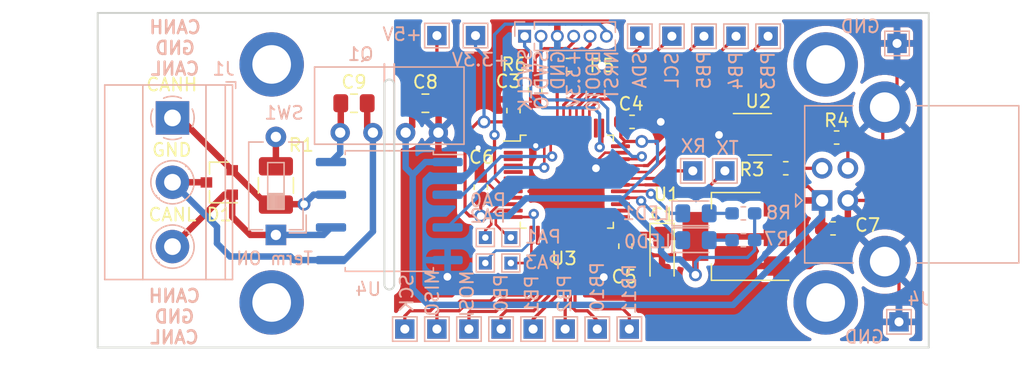
<source format=kicad_pcb>
(kicad_pcb (version 20211014) (generator pcbnew)
  (layers (0 "F.Cu" signal) (31 "B.Cu" signal) (34 "B.Paste" user) (35 "F.Paste" user) (36 "B.SilkS" user "B.Silkscreen") (37 "F.SilkS" user "F.Silkscreen") (38 "B.Mask" user) (39 "F.Mask" user) (44 "Edge.Cuts" user))
  (net 0 "")
  (net 1 "GND")
  (net 2 "+3V3")
  (net 3 "+5V")
  (net 4 "/NRST")
  (net 5 "/BOOT0")
  (net 6 "Net-(D3-Pad2)")
  (net 7 "/LED0")
  (net 8 "/LED1")
  (net 9 "/CAN_Tx")
  (net 10 "/CAN_Rx")
  (net 11 "/CANL")
  (net 12 "/CANH")
  (net 13 "Net-(D4-Pad2)")
  (net 14 "/SWDIO")
  (net 15 "/SWCLK")
  (net 16 "Net-(R1-Pad1)")
  (net 20 "Net-(C9-Pad1)")
  (net 21 "Earth")
  (net 23 "Net-(J2-Pad1)")
  (net 24 "Net-(J3-Pad4)")
  (net 35 "Net-(J4-Pad2)")
  (net 36 "Net-(J4-Pad3)")
  (net 37 "Net-(R3-Pad2)")
  (net 38 "Net-(R4-Pad2)")
  (net 39 "Net-(J5-Pad1)")
  (net 40 "Net-(J6-Pad1)")
  (net 41 "Net-(J7-Pad1)")
  (net 42 "Net-(J8-Pad1)")
  (net 43 "Net-(J9-Pad1)")
  (net 44 "Net-(J10-Pad1)")
  (net 45 "Net-(J11-Pad1)")
  (net 46 "Net-(J12-Pad1)")
  (net 47 "Net-(J13-Pad1)")
  (net 48 "Net-(J14-Pad1)")
  (net 49 "Net-(J15-Pad1)")
  (net 50 "Net-(J16-Pad1)")
  (net 51 "Net-(J21-Pad1)")
  (net 52 "Net-(J22-Pad1)")
  (net 53 "Net-(J23-Pad1)")
  (net 54 "Net-(J24-Pad1)")
  (net 55 "Net-(J25-Pad1)")
  (net 56 "Net-(J26-Pad1)")
  (net 57 "Net-(U2-Pad1)")
  (net 58 "Net-(U2-Pad3)")
  (footprint "Capacitor_Tantalum_SMD:CP_EIA-3216-18_Kemet-A_Pad1.58x1.35mm_HandSolder" (layer "F.Cu") (at 104.8004 68.3411 -90)
    (fp_text reference "C1")
    (fp_text value "47u")
  )
  (footprint "Capacitor_SMD:C_0603_1608Metric_Pad1.05x0.95mm_HandSolder" (layer "F.Cu") (at 93.2688 57.0878 -90)
    (fp_text reference "C3")
    (fp_text value "0.1")
  )
  (footprint "Capacitor_SMD:C_0603_1608Metric_Pad1.05x0.95mm_HandSolder" (layer "F.Cu") (at 102.475 57.9628 180)
    (fp_text reference "C4")
    (fp_text value "0.1")
  )
  (footprint "Capacitor_SMD:C_0603_1608Metric_Pad1.05x0.95mm_HandSolder" (layer "F.Cu") (at 101.9556 67.6262 90)
    (fp_text reference "C5")
    (fp_text value "0.1")
  )
  (footprint "Capacitor_SMD:C_0603_1608Metric_Pad1.05x0.95mm_HandSolder" (layer "F.Cu") (at 90.7288 63.0428 -90)
    (fp_text reference "C6")
    (fp_text value "0.1")
  )
  (footprint "TO_SOT_Packages_SMD:SOT-23" (layer "F.Cu") (at 70.4375 62.672 180)
    (fp_text reference "D1")
    (fp_text value "PESD1CAN")
  )
  (footprint "my_footprints:Hole_3mm" (layer "F.Cu") (at 74.5 53.5)
    (fp_text reference "P1" hide)
    (fp_text value "Hole" hide)
  )
  (footprint "my_footprints:Hole_3mm" (layer "F.Cu") (at 117.5 53.5)
    (fp_text reference "P2" hide)
    (fp_text value "Hole" hide)
  )
  (footprint "my_footprints:Hole_3mm" (layer "F.Cu") (at 117.5 72)
    (fp_text reference "P3" hide)
    (fp_text value "Hole" hide)
  )
  (footprint "my_footprints:Hole_3mm" (layer "F.Cu") (at 74.5 72)
    (fp_text reference "P4" hide)
    (fp_text value "Hole" hide)
  )
  (footprint "Resistor_SMD:R_0603_1608Metric_Pad1.05x0.95mm_HandSolder" (layer "F.Cu") (at 114.4016 61.5696 180)
    (fp_text reference "R3")
    (fp_text value "22")
  )
  (footprint "Resistor_SMD:R_0603_1608Metric_Pad1.05x0.95mm_HandSolder" (layer "F.Cu") (at 118.3526 59.182 180)
    (fp_text reference "R4")
    (fp_text value "22")
  )
  (footprint "Resistor_SMD:R_0603_1608Metric_Pad1.05x0.95mm_HandSolder" (layer "F.Cu") (at 97.536 53.5432 180)
    (fp_text reference "R5")
    (fp_text value "10k")
  )
  (footprint "Resistor_SMD:R_0603_1608Metric_Pad1.05x0.95mm_HandSolder" (layer "F.Cu") (at 94.9452 55.485 90)
    (fp_text reference "R6")
    (fp_text value "22")
  )
  (footprint "Package_QFP:LQFP-48_7x7mm_P0.5mm" (layer "F.Cu") (at 97.409 62.611)
    (fp_text reference "U3")
    (fp_text value "STM32F072C8Tx")
  )
  (footprint "Capacitor_SMD:C_0603_1608Metric_Pad1.05x0.95mm_HandSolder" (layer "F.Cu") (at 118.0706 66.2432)
    (fp_text reference "C7")
    (fp_text value "0.1")
  )
  (footprint "Capacitor_SMD:C_0805_2012Metric_Pad1.15x1.40mm_HandSolder" (layer "F.Cu") (at 86.4325 56.515)
    (fp_text reference "C8")
    (fp_text value "1")
  )
  (footprint "Capacitor_SMD:C_0805_2012Metric_Pad1.15x1.40mm_HandSolder" (layer "F.Cu") (at 80.89 56.515)
    (fp_text reference "C9")
    (fp_text value "1")
  )
  (footprint "Resistor_SMD:R_1210_3225Metric_Pad1.42x2.65mm_HandSolder" (layer "F.Cu") (at 74.8284 62.9047 -90)
    (fp_text reference "R1")
    (fp_text value "120")
  )
  (footprint "TO_SOT_Packages_SMD:SOT-223-3_TabPin2" (layer "F.Cu") (at 110.5404 66.8668 180)
    (fp_text reference "U1")
    (fp_text value "LM1117-3.3")
  )
  (footprint "Package_TO_SOT_SMD:SOT-23-6_Handsoldering" (layer "F.Cu") (at 112.3912 58.928)
    (fp_text reference "U2")
    (fp_text value "USBLC6-2SC6")
  )
  (footprint "LED_SMD:LED_0805_2012Metric_Pad1.15x1.40mm_HandSolder" (layer "B.Cu") (at 107.433 67.1576)
    (fp_text reference "D3" hide)
    (fp_text value "LED0")
  )
  (footprint "LED_SMD:LED_0805_2012Metric_Pad1.15x1.40mm_HandSolder" (layer "B.Cu") (at 107.433 65.0748)
    (fp_text reference "D4" hide)
    (fp_text value "LED1")
  )
  (footprint "TerminalBlock_Phoenix:TerminalBlock_Phoenix_MKDS-1,5-3_1x03_P5.00mm_Horizontal" (layer "B.Cu") (at 66.802 57.658 -90)
    (fp_text reference "J1")
    (fp_text value "Screw_Terminal_01x03")
  )
  (footprint "Connector_PinHeader_1.27mm:PinHeader_1x06_P1.27mm_Vertical" (layer "B.Cu") (at 94.1324 51.308 -90)
    (fp_text reference "J3" hide)
    (fp_text value "SWDetc")
  )
  (footprint "Resistor_SMD:R_0603_1608Metric_Pad1.05x0.95mm_HandSolder" (layer "B.Cu") (at 111.111 67.1576)
    (fp_text reference "R7")
    (fp_text value "330")
  )
  (footprint "Resistor_SMD:R_0603_1608Metric_Pad1.05x0.95mm_HandSolder" (layer "B.Cu") (at 111.111 65.0748)
    (fp_text reference "R8")
    (fp_text value "330")
  )
  (footprint "Button_Switch_THT:SW_DIP_SPSTx01_Slide_6.7x4.1mm_W7.62mm_P2.54mm_LowProfile" (layer "B.Cu") (at 74.8284 66.7512 90)
    (fp_text reference "SW1")
    (fp_text value "SW_DIP_x01")
  )
  (footprint "Package_SO:SOP-8_6.62x9.15mm_P2.54mm" (layer "B.Cu") (at 83.6295 64.897 180)
    (fp_text reference "U4")
    (fp_text value "ISO1050DUB")
  )
  (footprint "my_footprints:B0x0xS" (layer "B.Cu") (at 83.6295 58.801 180)
    (fp_text reference "Q1")
    (fp_text value "B0505S")
  )
  (footprint "Connector_USB:USB_B_Lumberg_2411_02_Horizontal" (layer "B.Cu") (at 117.221 64.0715)
    (fp_text reference "J4")
    (fp_text value "USB_B")
  )
  (footprint "TestPoint:TestPoint_THTPad_1.5x1.5mm_Drill0.7mm" (layer "B.Cu") (at 99.7712 74.0664)
    (fp_text reference "J25" hide)
    (fp_text value "PB10")
  )
  (footprint "TestPoint:TestPoint_THTPad_1.5x1.5mm_Drill0.7mm" (layer "B.Cu") (at 87.3252 51.2572 180)
    (fp_text reference "J20" hide)
    (fp_text value "+5V")
  )
  (footprint "TestPoint:TestPoint_THTPad_1.5x1.5mm_Drill0.7mm" (layer "B.Cu") (at 103.076 51.308 180)
    (fp_text reference "J10" hide)
    (fp_text value "SDA")
  )
  (footprint "TestPoint:TestPoint_THTPad_1.5x1.5mm_Drill0.7mm" (layer "B.Cu") (at 105.5624 51.308 180)
    (fp_text reference "J9" hide)
    (fp_text value "SCL")
  )
  (footprint "TestPoint:TestPoint_THTPad_1.5x1.5mm_Drill0.7mm" (layer "B.Cu") (at 113.03 51.308 180)
    (fp_text reference "J16" hide)
    (fp_text value "PB3")
  )
  (footprint "TestPoint:TestPoint_THTPad_1.0x1.0mm_Drill0.5mm" (layer "B.Cu") (at 93.0656 66.9544)
    (fp_text reference "J22" hide)
    (fp_text value "PA1")
  )
  (footprint "TestPoint:TestPoint_THTPad_1.5x1.5mm_Drill0.7mm" (layer "B.Cu") (at 97.282 74.0664 180)
    (fp_text reference "J15" hide)
    (fp_text value "PB2")
  )
  (footprint "TestPoint:TestPoint_THTPad_1.0x1.0mm_Drill0.5mm" (layer "B.Cu") (at 91.0844 66.9544 180)
    (fp_text reference "J21" hide)
    (fp_text value "PA0")
  )
  (footprint "TestPoint:TestPoint_THTPad_1.5x1.5mm_Drill0.7mm" (layer "B.Cu") (at 89.8144 74.0664 180)
    (fp_text reference "J6" hide)
    (fp_text value "MOSI")
  )
  (footprint "TestPoint:TestPoint_THTPad_1.5x1.5mm_Drill0.7mm" (layer "B.Cu") (at 94.7928 74.0664 180)
    (fp_text reference "J12" hide)
    (fp_text value "PB1")
  )
  (footprint "TestPoint:TestPoint_THTPad_1.5x1.5mm_Drill0.7mm" (layer "B.Cu") (at 109.6772 61.7728 180)
    (fp_text reference "J7" hide)
    (fp_text value "TX")
  )
  (footprint "TestPoint:TestPoint_THTPad_1.5x1.5mm_Drill0.7mm" (layer "B.Cu") (at 123.19 73.5076 180)
    (fp_text reference "J17" hide)
    (fp_text value "GND")
  )
  (footprint "TestPoint:TestPoint_THTPad_1.0x1.0mm_Drill0.5mm" (layer "B.Cu") (at 93.0656 68.9356 180)
    (fp_text reference "J24" hide)
    (fp_text value "PA3")
  )
  (footprint "TestPoint:TestPoint_THTPad_1.5x1.5mm_Drill0.7mm" (layer "B.Cu") (at 87.3252 74.0664 180)
    (fp_text reference "J5" hide)
    (fp_text value "MISO")
  )
  (footprint "TestPoint:TestPoint_THTPad_1.5x1.5mm_Drill0.7mm" (layer "B.Cu") (at 108.0516 51.308 180)
    (fp_text reference "J14" hide)
    (fp_text value "PB5")
  )
  (footprint "TestPoint:TestPoint_THTPad_1.5x1.5mm_Drill0.7mm" (layer "B.Cu") (at 107.188 61.7728 180)
    (fp_text reference "J8" hide)
    (fp_text value "RX")
  )
  (footprint "TestPoint:TestPoint_THTPad_1.5x1.5mm_Drill0.7mm" (layer "B.Cu") (at 84.836 74.0664 180)
    (fp_text reference "J2" hide)
    (fp_text value "SCK")
  )
  (footprint "TestPoint:TestPoint_THTPad_1.5x1.5mm_Drill0.7mm" (layer "B.Cu") (at 92.3036 74.0664 180)
    (fp_text reference "J11" hide)
    (fp_text value "PB0")
  )
  (footprint "TestPoint:TestPoint_THTPad_1.0x1.0mm_Drill0.5mm" (layer "B.Cu") (at 91.0844 68.9356 180)
    (fp_text reference "J23" hide)
    (fp_text value "PA2")
  )
  (footprint "TestPoint:TestPoint_THTPad_1.5x1.5mm_Drill0.7mm" (layer "B.Cu") (at 102.2604 74.0664)
    (fp_text reference "J26" hide)
    (fp_text value "PB11")
  )
  (footprint "TestPoint:TestPoint_THTPad_1.5x1.5mm_Drill0.7mm" (layer "B.Cu") (at 110.5408 51.308 180)
    (fp_text reference "J13" hide)
    (fp_text value "PB4")
  )
  (footprint "TestPoint:TestPoint_THTPad_1.5x1.5mm_Drill0.7mm" (layer "B.Cu") (at 90.3224 51.2572 180)
    (fp_text reference "J19" hide)
    (fp_text value "+3.3V")
  )
  (footprint "TestPoint:TestPoint_THTPad_1.5x1.5mm_Drill0.7mm" (layer "B.Cu") (at 123.0376 51.8668 180)
    (fp_text reference "J18" hide)
    (fp_text value "GND")
  )
  (gr_line (start 125.5 50) (end 125.5 49.5) (layer "Edge.Cuts") (width 0.15))
  (gr_line (start 61 75.5) (end 125.5 75.5) (layer "Edge.Cuts") (width 0.15))
  (gr_line (start 125.5 75.5) (end 125.5 50) (layer "Edge.Cuts") (width 0.15))
  (gr_arc (start 84.0105 70.612) (mid 83.6295 70.993) (end 83.2485 70.612) (layer "Edge.Cuts") (width 0.15))
  (gr_line (start 84.0105 55.0545) (end 84.0105 70.612) (layer "Edge.Cuts") (width 0.15))
  (gr_line (start 83.2485 55.0545) (end 83.2485 70.612) (layer "Edge.Cuts") (width 0.15))
  (gr_line (start 61 49.5) (end 61 75.5) (layer "Edge.Cuts") (width 0.15))
  (gr_arc (start 83.2485 55.0545) (mid 83.6295 54.6735) (end 84.0105 55.0545) (layer "Edge.Cuts") (width 0.15))
  (gr_line (start 61 49.5) (end 125.5 49.5) (layer "Edge.Cuts") (width 0.15))
  (gr_text "SWCLK" (at 94.1832 54.7116 90) (layer "B.SilkS") (effects (font (size 1 1)) (justify mirror)))
  (gr_text "NRST" (at 100.8888 54.3052 90) (layer "B.SilkS") (effects (font (size 1 1)) (justify mirror)))
  (gr_text "Term ON" (at 74.7268 68.58) (layer "B.SilkS") (effects (font (size 1 0.92)) (justify mirror)))
  (gr_text "CANH\nGND\nCANL" (at 67.0052 52.2224) (layer "B.SilkS") (effects (font (size 1 1) (thickness 0.2)) (justify mirror)))
  (gr_text "+3.3V" (at 97.9424 54.61 90) (layer "B.SilkS") (effects (font (size 1 1)) (justify mirror)))
  (gr_text "GND" (at 96.7232 53.9496 90) (layer "B.SilkS") (effects (font (size 1 1)) (justify mirror)))
  (gr_text "CANH\nGND\nCANL" (at 66.9544 73.1012) (layer "B.SilkS") (effects (font (size 1 1) (thickness 0.2)) (justify mirror)))
  (gr_text "SWDIO" (at 95.4532 54.7116 90) (layer "B.SilkS") (effects (font (size 1 1)) (justify mirror)))
  (gr_text "BOOT0" (at 99.4664 54.8132 90) (layer "B.SilkS") (effects (font (size 1 1)) (justify mirror)))
  (gr_text "GND" (at 66.7512 60.1472) (layer "F.SilkS") (effects (font (size 1 1))))
  (gr_text "CANH" (at 66.7512 55.0672) (layer "F.SilkS") (effects (font (size 1 1))))
  (gr_text "CANL" (at 66.802 65.1764) (layer "F.SilkS") (effects (font (size 1 1))))
  (segment (start 95.159 59.654) (end 94.996 59.817) (width 0.2) (layer "F.Cu") (net 1))
  (segment (start 95.159 58.4485) (end 95.159 59.654) (width 0.2) (layer "F.Cu") (net 1))
  (segment (start 119.221 64.0715) (end 120.8913 64.0715) (width 0.25) (layer "F.Cu") (net 1))
  (segment (start 104.475 69.7786) (end 103.1748 68.4784) (width 0.5) (layer "F.Cu") (net 1))
  (segment (start 100.3702 60.361) (end 99.6696 61.0616) (width 0.2) (layer "F.Cu") (net 1))
  (segment (start 87.4575 58.783) (end 87.4395 58.801) (width 0.5) (layer "F.Cu") (net 1))
  (segment (start 116.2532 69.1668) (end 118.9456 66.4744) (width 0.5) (layer "F.Cu") (net 1))
  (segment (start 101.9556 68.5012) (end 103.152 68.5012) (width 0.5) (layer "F.Cu") (net 1))
  (segment (start 87.7597 56.2128) (end 87.4575 56.515) (width 0.25) (layer "F.Cu") (net 1))
  (segment (start 100.0988 68.5012) (end 101.9556 68.5012) (width 0.2) (layer "F.Cu") (net 1))
  (segment (start 101.9556 68.5012) (end 101.8058 68.5012) (width 0.5) (layer "F.Cu") (net 1))
  (segment (start 113.6904 69.1668) (end 116.2532 69.1668) (width 0.5) (layer "F.Cu") (net 1))
  (segment (start 103.152 68.5012) (end 103.1748 68.4784) (width 0.5) (layer "F.Cu") (net 1))
  (segment (start 119.221 64.0715) (end 119.221 65.9678) (width 0.5) (layer "F.Cu") (net 1))
  (segment (start 93.2465 63.361) (end 91.922 63.361) (width 0.2) (layer "F.Cu") (net 1))
  (segment (start 98.4618 53.594) (end 98.411 53.5432) (width 0.5) (layer "F.Cu") (net 1))
  (segment (start 123.0376 51.8668) (end 123.0376 55.8649) (width 0.25) (layer "F.Cu") (net 1))
  (segment (start 123.19 69.9305) (end 122.081 68.8215) (width 0.25) (layer "F.Cu") (net 1))
  (segment (start 99.659 66.7735) (end 99.659 68.0614) (width 0.2) (layer "F.Cu") (net 1))
  (segment (start 101.8058 68.5012) (end 100.2792 70.0278) (width 0.5) (layer "F.Cu") (net 1))
  (segment (start 112.3696 72.0852) (end 107.107 72.0852) (width 0.5) (layer "F.Cu") (net 1))
  (segment (start 87.4575 56.515) (end 87.4575 58.783) (width 0.5) (layer "F.Cu") (net 1))
  (segment (start 109.2708 58.928) (end 109.22 58.9788) (width 0.5) (layer "F.Cu") (net 1))
  (segment (start 113.6904 69.1668) (end 113.6904 70.7644) (width 0.5) (layer "F.Cu") (net 1))
  (segment (start 90.7288 62.1678) (end 90.7288 60.198) (width 0.25) (layer "F.Cu") (net 1))
  (segment (start 121.931 63.0318) (end 121.931 56.8015) (width 0.25) (layer "F.Cu") (net 1))
  (segment (start 101.5715 60.361) (end 100.3702 60.361) (width 0.2) (layer "F.Cu") (net 1))
  (segment (start 93.2688 56.2128) (end 87.7597 56.2128) (width 0.25) (layer "F.Cu") (net 1))
  (segment (start 90.7288 60.198) (end 90.5256 59.9948) (width 0.25) (layer "F.Cu") (net 1))
  (segment (start 119.3327 66.2432) (end 121.931 68.8415) (width 0.25) (layer "F.Cu") (net 1))
  (segment (start 111.0412 58.928) (end 109.2708 58.928) (width 0.5) (layer "F.Cu") (net 1))
  (segment (start 107.107 72.0852) (end 104.8004 69.7786) (width 0.5) (layer "F.Cu") (net 1))
  (segment (start 91.922 63.361) (end 90.7288 62.1678) (width 0.2) (layer "F.Cu") (net 1))
  (segment (start 103.35 57.9628) (end 104.6988 57.9628) (width 0.5) (layer "F.Cu") (net 1))
  (segment (start 113.6904 70.7644) (end 112.3696 72.0852) (width 0.5) (layer "F.Cu") (net 1))
  (segment (start 118.9456 66.4744) (end 118.9456 66.2432) (width 0.5) (layer "F.Cu") (net 1))
  (segment (start 88.138 70.0024) (end 87.4395 69.3039) (width 0.5) (layer "F.Cu") (net 1))
  (segment (start 87.4395 69.3039) (end 87.4395 58.801) (width 0.5) (layer "F.Cu") (net 1))
  (segment (start 120.8913 64.0715) (end 121.931 63.0318) (width 0.25) (layer "F.Cu") (net 1))
  (segment (start 123.0376 55.8649) (end 122.081 56.8215) (width 0.25) (layer "F.Cu") (net 1))
  (segment (start 99.659 68.0614) (end 100.0988 68.5012) (width 0.2) (layer "F.Cu") (net 1))
  (segment (start 104.8004 69.7786) (end 104.475 69.7786) (width 0.5) (layer "F.Cu") (net 1))
  (segment (start 119.221 65.9678) (end 118.9456 66.2432) (width 0.5) (layer "F.Cu") (net 1))
  (segment (start 100.1268 53.594) (end 98.4618 53.594) (width 0.5) (layer "F.Cu") (net 1))
  (segment (start 99.6696 61.0616) (end 99.6696 61.5696) (width 0.2) (layer "F.Cu") (net 1))
  (segment (start 118.9456 66.2432) (end 119.3327 66.2432) (width 0.25) (layer "F.Cu") (net 1))
  (segment (start 123.19 73.5076) (end 123.19 69.9305) (width 0.25) (layer "F.Cu") (net 1))
  (via (at 99.6696 61.5696) (size 1) (drill 0.6) (layers "F.Cu" "B.Cu") (net 1))
  (via (at 90.5256 59.9948) (size 0.8) (drill 0.4) (layers "F.Cu" "B.Cu") (net 1))
  (via (at 109.22 58.9788) (size 1) (drill 0.6) (layers "F.Cu" "B.Cu") (net 1))
  (via (at 104.6988 57.9628) (size 1) (drill 0.6) (layers "F.Cu" "B.Cu") (net 1))
  (via (at 88.138 70.0024) (size 1) (drill 0.6) (layers "F.Cu" "B.Cu") (net 1))
  (via (at 100.1268 53.594) (size 1) (drill 0.6) (layers "F.Cu" "B.Cu") (net 1))
  (via (at 100.2792 70.0278) (size 1) (drill 0.6) (layers "F.Cu" "B.Cu") (net 1))
  (via (at 94.996 59.817) (size 0.8) (drill 0.4) (layers "F.Cu" "B.Cu") (net 1))
  (segment (start 103.0224 57.9628) (end 100.5332 55.4736) (width 0.5) (layer "B.Cu") (net 1))
  (segment (start 119.126 58.9788) (end 121.0564 60.9092) (width 0.5) (layer "B.Cu") (net 1))
  (segment (start 109.22 58.9788) (end 107.2388 58.9788) (width 0.5) (layer "B.Cu") (net 1))
  (segment (start 90.5256 59.9948) (end 88.6333 59.9948) (width 0.2) (layer "B.Cu") (net 1))
  (segment (start 88.6333 59.9948) (end 87.4395 58.801) (width 0.2) (layer "B.Cu") (net 1))
  (segment (start 96.6724 52.2224) (end 96.6724 51.308) (width 0.5) (layer "B.Cu") (net 1))
  (segment (start 100.2792 70.0278) (end 88.1634 70.0278) (width 0.5) (layer "B.Cu") (net 1))
  (segment (start 94.996 59.817) (end 95.8088 59.0296) (width 0.25) (layer "B.Cu") (net 1))
  (segment (start 96.1644 53.594) (end 100.1268 53.594) (width 0.5) (layer "B.Cu") (net 1))
  (segment (start 96.1644 55.2196) (end 96.1644 53.594) (width 0.5) (layer "B.Cu") (net 1))
  (segment (start 95.8088 59.0296) (end 97.6884 59.0296) (width 0.25) (layer "B.Cu") (net 1))
  (segment (start 96.1644 52.7304) (end 96.6724 52.2224) (width 0.5) (layer "B.Cu") (net 1))
  (segment (start 98.0948 59.436) (end 98.0948 59.9948) (width 0.25) (layer "B.Cu") (net 1))
  (segment (start 97.6884 59.0296) (end 98.0948 59.436) (width 0.25) (layer "B.Cu") (net 1))
  (segment (start 104.6988 57.9628) (end 103.0224 57.9628) (width 0.5) (layer "B.Cu") (net 1))
  (segment (start 92.2782 59.9948) (end 90.5256 59.9948) (width 0.2) (layer "B.Cu") (net 1))
  (segment (start 121.0564 62.2361) (end 119.221 64.0715) (width 0.5) (layer "B.Cu") (net 1))
  (segment (start 107.2388 58.9788) (end 106.6292 58.9788) (width 0.5) (layer "B.Cu") (net 1))
  (segment (start 92.456 59.817) (end 92.2782 59.9948) (width 0.25) (layer "B.Cu") (net 1))
  (segment (start 94.996 59.817) (end 92.456 59.817) (width 0.25) (layer "B.Cu") (net 1))
  (segment (start 109.22 58.9788) (end 119.126 58.9788) (width 0.5) (layer "B.Cu") (net 1))
  (segment (start 96.1644 53.594) (end 96.1644 52.7304) (width 0.5) (layer "B.Cu") (net 1))
  (segment (start 100.5332 55.4736) (end 96.4184 55.4736) (width 0.5) (layer "B.Cu") (net 1))
  (segment (start 104.6988 57.9628) (end 105.6132 57.9628) (width 0.5) (layer "B.Cu") (net 1))
  (segment (start 88.1634 70.0278) (end 88.138 70.0024) (width 0.5) (layer "B.Cu") (net 1))
  (segment (start 105.6132 57.9628) (end 106.6292 58.9788) (width 0.5) (layer "B.Cu") (net 1))
  (segment (start 88.1545 69.9859) (end 88.138 70.0024) (width 0.5) (layer "B.Cu") (net 1))
  (segment (start 121.0564 60.9092) (end 121.0564 62.2361) (width 0.5) (layer "B.Cu") (net 1))
  (segment (start 98.0948 59.9948) (end 99.6696 61.5696) (width 0.25) (layer "B.Cu") (net 1))
  (segment (start 96.4184 55.4736) (end 96.1644 55.2196) (width 0.5) (layer "B.Cu") (net 1))
  (segment (start 88.1545 68.707) (end 88.1545 69.9859) (width 0.5) (layer "B.Cu") (net 1))
  (segment (start 93.2688 57.9628) (end 93.2688 59.8387) (width 0.25) (layer "F.Cu") (net 2))
  (segment (start 101.6 57.9628) (end 101.6 59.1411) (width 0.25) (layer "F.Cu") (net 2))
  (segment (start 94.1733 57.9628) (end 94.659 58.4485) (width 0.25) (layer "F.Cu") (net 2))
  (segment (start 100.159 66.7735) (end 101.9333 66.7735) (width 0.2) (layer "F.Cu") (net 2))
  (segment (start 107.3904 69.8492) (end 107.3912 69.85) (width 0.5) (layer "F.Cu") (net 2))
  (segment (start 93.2688 59.8387) (end 93.2465 59.861) (width 0.25) (layer "F.Cu") (net 2))
  (segment (start 104.648 66.7512) (end 104.8004 66.9036) (width 0.5) (layer "F.Cu") (net 2))
  (segment (start 90.7856 63.861) (end 90.7288 63.9178) (width 0.2) (layer "F.Cu") (net 2))
  (segment (start 94.659 58.4485) (end 94.659 56.6462) (width 0.2) (layer "F.Cu") (net 2))
  (segment (start 107.3904 66.8668) (end 107.3904 69.8492) (width 0.5) (layer "F.Cu") (net 2))
  (segment (start 113.6904 66.8668) (end 111.4692 66.8668) (width 0.5) (layer "F.Cu") (net 2))
  (segment (start 111.4692 66.8668) (end 110.3008 66.8668) (width 0.5) (layer "F.Cu") (net 2))
  (segment (start 93.2688 57.9628) (end 90.9828 57.9628) (width 0.25) (layer "F.Cu") (net 2))
  (segment (start 89.5096 58.9788) (end 89.5096 64.9224) (width 0.25) (layer "F.Cu") (net 2))
  (segment (start 94.659 56.6462) (end 94.9452 56.36) (width 0.2) (layer "F.Cu") (net 2))
  (segment (start 90.5256 57.9628) (end 89.5096 58.9788) (width 0.25) (layer "F.Cu") (net 2))
  (segment (start 93.2688 57.9628) (end 94.1733 57.9628) (width 0.25) (layer "F.Cu") (net 2))
  (segment (start 101.6 59.1411) (end 101.9457 59.4868) (width 0.25) (layer "F.Cu") (net 2))
  (segment (start 89.5096 64.9224) (end 89.8652 65.278) (width 0.25) (layer "F.Cu") (net 2))
  (segment (start 110.3008 66.8668) (end 107.3904 66.8668) (width 0.5) (layer "F.Cu") (net 2))
  (segment (start 101.9457 59.4868) (end 101.5715 59.861) (width 0.25) (layer "F.Cu") (net 2))
  (segment (start 90.7288 65.278) (end 90.7288 63.9178) (width 0.25) (layer "F.Cu") (net 2))
  (segment (start 104.8004 66.9036) (end 107.3536 66.9036) (width 0.5) (layer "F.Cu") (net 2))
  (segment (start 90.9828 57.9628) (end 90.5256 57.9628) (width 0.25) (layer "F.Cu") (net 2))
  (segment (start 101.9333 66.7735) (end 101.9556 66.7512) (width 0.2) (layer "F.Cu") (net 2))
  (segment (start 89.8652 65.278) (end 90.7288 65.278) (width 0.25) (layer "F.Cu") (net 2))
  (segment (start 101.9556 66.7512) (end 104.648 66.7512) (width 0.5) (layer "F.Cu") (net 2))
  (segment (start 93.2465 63.861) (end 90.7856 63.861) (width 0.2) (layer "F.Cu") (net 2))
  (segment (start 103.2256 59.4868) (end 101.9457 59.4868) (width 0.25) (layer "F.Cu") (net 2))
  (segment (start 107.3536 66.9036) (end 107.3904 66.8668) (width 0.5) (layer "F.Cu") (net 2))
  (via (at 107.3912 69.85) (size 1) (drill 0.6) (layers "F.Cu" "B.Cu") (net 2))
  (via (at 90.9828 57.9628) (size 1) (drill 0.6) (layers "F.Cu" "B.Cu") (net 2))
  (via (at 103.2256 59.4868) (size 1) (drill 0.6) (layers "F.Cu" "B.Cu") (net 2))
  (via (at 90.7288 65.278) (size 1) (drill 0.6) (layers "F.Cu" "B.Cu") (net 2))
  (segment (start 101.7524 63.9064) (end 101.5238 63.9064) (width 0.25) (layer "B.Cu") (net 2))
  (segment (start 92.8624 65.278) (end 94.234 63.9064) (width 0.5) (layer "B.Cu") (net 2))
  (segment (start 90.3224 51.2572) (end 90.3224 52.1716) (width 0.25) (layer "B.Cu") (net 2))
  (segment (start 90.7288 65.278) (end 92.8624 65.278) (width 0.5) (layer "B.Cu") (net 2))
  (segment (start 104.7242 68.072) (end 104.7242 67.1068) (width 0.5) (layer "B.Cu") (net 2))
  (segment (start 104.7242 67.1068) (end 101.5238 63.9064) (width 0.5) (layer "B.Cu") (net 2))
  (segment (start 94.234 63.9064) (end 101.5238 63.9064) (width 0.5) (layer "B.Cu") (net 2))
  (segment (start 107.3912 69.85) (end 107.3912 68.8848) (width 0.25) (layer "B.Cu") (net 2))
  (segment (start 111.986 65.0748) (end 111.986 67.1576) (width 0.25) (layer "B.Cu") (net 2))
  (segment (start 104.4448 59.4868) (end 103.2256 59.4868) (width 0.25) (layer "B.Cu") (net 2))
  (segment (start 106.1974 68.6562) (end 105.3084 68.6562) (width 0.5) (layer "B.Cu") (net 2))
  (segment (start 105.3084 68.6562) (end 104.7242 68.072) (width 0.5) (layer "B.Cu") (net 2))
  (segment (start 104.4448 61.214) (end 101.7524 63.9064) (width 0.25) (layer "B.Cu") (net 2))
  (segment (start 90.3224 52.1716) (end 90.9828 52.832) (width 0.25) (layer "B.Cu") (net 2))
  (segment (start 104.4448 59.4868) (end 104.4448 61.214) (width 0.25) (layer "B.Cu") (net 2))
  (segment (start 111.986 67.1576) (end 111.986 67.9476) (width 0.25) (layer "B.Cu") (net 2))
  (segment (start 107.7722 68.5038) (end 111.4298 68.5038) (width 0.25) (layer "B.Cu") (net 2))
  (segment (start 107.3912 69.85) (end 106.1974 68.6562) (width 0.5) (layer "B.Cu") (net 2))
  (segment (start 111.986 67.9476) (end 111.4298 68.5038) (width 0.25) (layer "B.Cu") (net 2))
  (segment (start 90.9828 52.832) (end 90.9828 57.9628) (width 0.25) (layer "B.Cu") (net 2))
  (segment (start 107.3912 68.8848) (end 107.7722 68.5038) (width 0.25) (layer "B.Cu") (net 2))
  (segment (start 112.6236 58.928) (end 112.3696 59.182) (width 0.25) (layer "F.Cu") (net 3))
  (segment (start 117.221 64.0715) (end 117.221 66.2178) (width 0.5) (layer "F.Cu") (net 3))
  (segment (start 113.7412 58.928) (end 112.6236 58.928) (width 0.25) (layer "F.Cu") (net 3))
  (segment (start 117.221 64.0715) (end 114.1857 64.0715) (width 0.5) (layer "F.Cu") (net 3))
  (segment (start 85.4075 58.293) (end 84.8995 58.801) (width 0.5) (layer "F.Cu") (net 3))
  (segment (start 85.4075 56.515) (end 85.4075 54.8513) (width 0.25) (layer "F.Cu") (net 3))
  (segment (start 112.3696 59.182) (end 112.3696 62.484) (width 0.25) (layer "F.Cu") (net 3))
  (segment (start 116.1415 62.992) (end 117.221 64.0715) (width 0.25) (layer "F.Cu") (net 3))
  (segment (start 117.221 66.2178) (end 117.1956 66.2432) (width 0.5) (layer "F.Cu") (net 3))
  (segment (start 87.3252 52.9336) (end 87.3252 51.2572) (width 0.25) (layer "F.Cu") (net 3))
  (segment (start 85.4075 54.8513) (end 87.3252 52.9336) (width 0.25) (layer "F.Cu") (net 3))
  (segment (start 85.4075 56.515) (end 85.4075 58.293) (width 0.5) (layer "F.Cu") (net 3))
  (segment (start 112.3696 62.484) (end 112.8776 62.992) (width 0.25) (layer "F.Cu") (net 3))
  (segment (start 114.1857 64.0715) (end 113.6904 64.5668) (width 0.5) (layer "F.Cu") (net 3))
  (segment (start 112.8776 62.992) (end 116.1415 62.992) (width 0.25) (layer "F.Cu") (net 3))
  (segment (start 85.4456 62.0776) (end 86.4362 61.087) (width 0.5) (layer "B.Cu") (net 3))
  (segment (start 86.6648 72.1868) (end 110.3132 72.1868) (width 0.5) (layer "B.Cu") (net 3))
  (segment (start 86.4362 61.087) (end 88.1545 61.087) (width 0.5) (layer "B.Cu") (net 3))
  (segment (start 110.3132 72.1868) (end 117.221 65.279) (width 0.5) (layer "B.Cu") (net 3))
  (segment (start 85.4456 62.0776) (end 85.4456 70.9676) (width 0.5) (layer "B.Cu") (net 3))
  (segment (start 84.8995 58.801) (end 84.8995 61.5315) (width 0.5) (layer "B.Cu") (net 3))
  (segment (start 84.8995 61.5315) (end 85.4456 62.0776) (width 0.5) (layer "B.Cu") (net 3))
  (segment (start 117.221 65.279) (end 117.221 64.0715) (width 0.5) (layer "B.Cu") (net 3))
  (segment (start 85.4456 70.9676) (end 86.6648 72.1868) (width 0.5) (layer "B.Cu") (net 3))
  (segment (start 92.325 62.861) (end 91.8464 62.3824) (width 0.2) (layer "F.Cu") (net 4))
  (segment (start 91.8464 62.3824) (end 91.8464 61.1124) (width 0.2) (layer "F.Cu") (net 4))
  (segment (start 93.2465 62.861) (end 92.325 62.861) (width 0.2) (layer "F.Cu") (net 4))
  (segment (start 91.7956 61.0616) (end 91.7956 58.9788) (width 0.25) (layer "F.Cu") (net 4))
  (segment (start 91.8464 61.1124) (end 91.7956 61.0616) (width 0.25) (layer "F.Cu") (net 4))
  (via (at 91.7956 58.9788) (size 0.8) (drill 0.4) (layers "F.Cu" "B.Cu") (net 4))
  (segment (start 91.7956 51.181) (end 91.7956 58.9788) (width 0.25) (layer "B.Cu") (net 4))
  (segment (start 100.4824 50.9016) (end 99.949 50.3682) (width 0.25) (layer "B.Cu") (net 4))
  (segment (start 99.949 50.3682) (end 92.6084 50.3682) (width 0.25) (layer "B.Cu") (net 4))
  (segment (start 100.4824 51.308) (end 100.4824 50.9016) (width 0.25) (layer "B.Cu") (net 4))
  (segment (start 92.6084 50.3682) (end 91.7956 51.181) (width 0.25) (layer "B.Cu") (net 4))
  (segment (start 96.661 53.5432) (end 96.661 56.374) (width 0.25) (layer "F.Cu") (net 5))
  (segment (start 96.675 56.388) (end 96.675 58.4325) (width 0.2) (layer "F.Cu") (net 5))
  (segment (start 96.661 53.5432) (end 96.661 53.199) (width 0.25) (layer "F.Cu") (net 5))
  (segment (start 96.661 56.374) (end 96.675 56.388) (width 0.25) (layer "F.Cu") (net 5))
  (segment (start 97.9932 52.324) (end 96.774 53.5432) (width 0.25) (layer "F.Cu") (net 5))
  (segment (start 96.774 53.5432) (end 96.661 53.5432) (width 0.25) (layer "F.Cu") (net 5))
  (segment (start 98.8568 52.324) (end 97.9932 52.324) (width 0.25) (layer "F.Cu") (net 5))
  (segment (start 99.2124 51.308) (end 99.2124 51.9684) (width 0.25) (layer "F.Cu") (net 5))
  (segment (start 99.2124 51.9684) (end 98.8568 52.324) (width 0.25) (layer "F.Cu") (net 5))
  (segment (start 96.675 58.4325) (end 96.659 58.4485) (width 0.2) (layer "F.Cu") (net 5))
  (segment (start 110.236 67.1576) (end 108.458 67.1576) (width 0.25) (layer "B.Cu") (net 6))
  (segment (start 102.9262 63.861) (end 103.1748 64.1096) (width 0.2) (layer "F.Cu") (net 7))
  (segment (start 101.5715 63.861) (end 102.9262 63.861) (width 0.2) (layer "F.Cu") (net 7))
  (via (at 103.1748 64.1096) (size 0.8) (drill 0.4) (layers "F.Cu" "B.Cu") (net 7))
  (segment (start 106.2228 67.1576) (end 106.408 67.1576) (width 0.25) (layer "B.Cu") (net 7))
  (segment (start 103.1748 64.1096) (end 106.2228 67.1576) (width 0.25) (layer "B.Cu") (net 7))
  (segment (start 103.747 63.361) (end 103.9368 63.5508) (width 0.2) (layer "F.Cu") (net 8))
  (segment (start 101.5715 63.361) (end 103.747 63.361) (width 0.2) (layer "F.Cu") (net 8))
  (via (at 103.9368 63.5508) (size 0.8) (drill 0.4) (layers "F.Cu" "B.Cu") (net 8))
  (segment (start 105.4608 65.0748) (end 103.9368 63.5508) (width 0.25) (layer "B.Cu") (net 8))
  (segment (start 106.408 65.0748) (end 105.4608 65.0748) (width 0.25) (layer "B.Cu") (net 8))
  (segment (start 95.659 58.4485) (end 95.659 61.5162) (width 0.2) (layer "F.Cu") (net 9))
  (segment (start 95.659 61.5162) (end 95.6564 61.5188) (width 0.2) (layer "F.Cu") (net 9))
  (via (at 95.6564 61.5188) (size 0.8) (drill 0.4) (layers "F.Cu" "B.Cu") (net 9))
  (segment (start 88.1545 66.167) (end 88.1545 66.1505) (width 0.25) (layer "B.Cu") (net 9))
  (segment (start 88.1545 66.1505) (end 90.3986 63.9064) (width 0.25) (layer "B.Cu") (net 9))
  (segment (start 90.3986 63.627) (end 90.6907 63.3349) (width 0.25) (layer "B.Cu") (net 9))
  (segment (start 95.6564 61.5188) (end 92.5068 61.5188) (width 0.25) (layer "B.Cu") (net 9))
  (segment (start 92.5068 61.5188) (end 90.6907 63.3349) (width 0.25) (layer "B.Cu") (net 9))
  (segment (start 90.3986 63.9064) (end 90.3986 63.627) (width 0.25) (layer "B.Cu") (net 9))
  (segment (start 96.159 60.5482) (end 96.266 60.6552) (width 0.2) (layer "F.Cu") (net 10))
  (segment (start 96.159 58.4485) (end 96.159 60.5482) (width 0.2) (layer "F.Cu") (net 10))
  (via (at 96.266 60.6552) (size 0.8) (drill 0.4) (layers "F.Cu" "B.Cu") (net 10))
  (segment (start 89.3318 63.627) (end 88.1545 63.627) (width 0.25) (layer "B.Cu") (net 10))
  (segment (start 96.266 60.6552) (end 92.3036 60.6552) (width 0.25) (layer "B.Cu") (net 10))
  (segment (start 92.3036 60.6552) (end 89.3318 63.627) (width 0.25) (layer "B.Cu") (net 10))
  (segment (start 71.4375 63.622) (end 70.838 63.622) (width 0.5) (layer "F.Cu") (net 11))
  (segment (start 70.838 63.622) (end 66.802 67.658) (width 0.5) (layer "F.Cu") (net 11))
  (segment (start 72.8472 66.7512) (end 74.8284 66.7512) (width 0.5) (layer "F.Cu") (net 11))
  (segment (start 71.4375 63.622) (end 71.4375 65.3415) (width 0.5) (layer "F.Cu") (net 11))
  (segment (start 71.4375 65.3415) (end 72.8472 66.7512) (width 0.5) (layer "F.Cu") (net 11))
  (segment (start 78.5203 66.7512) (end 79.1045 66.167) (width 0.5) (layer "B.Cu") (net 11))
  (segment (start 74.8284 66.7512) (end 78.5203 66.7512) (width 0.5) (layer "B.Cu") (net 11))
  (segment (start 67.3735 57.658) (end 71.4375 61.722) (width 0.5) (layer "F.Cu") (net 12))
  (segment (start 74.1077 64.3922) (end 71.4375 61.722) (width 0.5) (layer "F.Cu") (net 12))
  (segment (start 74.8284 64.3922) (end 74.1077 64.3922) (width 0.5) (layer "F.Cu") (net 12))
  (segment (start 66.802 57.658) (end 67.3735 57.658) (width 0.5) (layer "F.Cu") (net 12))
  (segment (start 77.0128 64.3636) (end 74.857 64.3636) (width 0.5) (layer "F.Cu") (net 12))
  (segment (start 74.857 64.3636) (end 74.8284 64.3922) (width 0.5) (layer "F.Cu") (net 12))
  (via (at 77.0128 64.3636) (size 1) (drill 0.6) (layers "F.Cu" "B.Cu") (net 12))
  (segment (start 79.1045 63.627) (end 77.7494 63.627) (width 0.5) (layer "B.Cu") (net 12))
  (segment (start 77.7494 63.627) (end 77.0128 64.3636) (width 0.5) (layer "B.Cu") (net 12))
  (segment (start 108.458 65.0748) (end 110.236 65.0748) (width 0.25) (layer "B.Cu") (net 13))
  (segment (start 103.0198 60.861) (end 103.2256 60.6552) (width 0.2) (layer "F.Cu") (net 14))
  (segment (start 101.5715 60.861) (end 103.0198 60.861) (width 0.2) (layer "F.Cu") (net 14))
  (via (at 103.2256 60.6552) (size 0.8) (drill 0.4) (layers "F.Cu" "B.Cu") (net 14))
  (segment (start 100.584 58.7502) (end 102.489 60.6552) (width 0.25) (layer "B.Cu") (net 14))
  (segment (start 95.4024 51.308) (end 95.4024 55.8038) (width 0.25) (layer "B.Cu") (net 14))
  (segment (start 102.489 60.6552) (end 103.2256 60.6552) (width 0.25) (layer "B.Cu") (net 14))
  (segment (start 95.4024 55.8038) (end 95.8596 56.261) (width 0.25) (layer "B.Cu") (net 14))
  (segment (start 100.584 56.9468) (end 100.584 58.7502) (width 0.25) (layer "B.Cu") (net 14))
  (segment (start 99.8982 56.261) (end 100.584 56.9468) (width 0.25) (layer "B.Cu") (net 14))
  (segment (start 95.8596 56.261) (end 99.8982 56.261) (width 0.25) (layer "B.Cu") (net 14))
  (segment (start 100.159 58.4485) (end 100.159 59.724666) (width 0.2) (layer "F.Cu") (net 15))
  (segment (start 100.159 59.724666) (end 99.957486 59.92618) (width 0.2) (layer "F.Cu") (net 15))
  (via (at 99.957486 59.92618) (size 0.8) (drill 0.4) (layers "F.Cu" "B.Cu") (net 15))
  (segment (start 94.6023 52.5653) (end 94.1324 52.0954) (width 0.25) (layer "B.Cu") (net 15))
  (segment (start 99.957486 57.344714) (end 99.957486 59.92618) (width 0.25) (layer "B.Cu") (net 15))
  (segment (start 94.6023 55.9435) (end 94.6023 52.5653) (width 0.25) (layer "B.Cu") (net 15))
  (segment (start 94.6023 55.9435) (end 95.5294 56.8706) (width 0.25) (layer "B.Cu") (net 15))
  (segment (start 94.1324 51.308) (end 94.1324 52.0954) (width 0.25) (layer "B.Cu") (net 15))
  (segment (start 95.5294 56.8706) (end 99.483372 56.8706) (width 0.25) (layer "B.Cu") (net 15))
  (segment (start 99.483372 56.8706) (end 99.957486 57.344714) (width 0.25) (layer "B.Cu") (net 15))
  (segment (start 74.8284 59.1312) (end 74.8284 61.4172) (width 0.5) (layer "F.Cu") (net 16))
  (segment (start 79.865 58.7555) (end 79.8195 58.801) (width 0.5) (layer "F.Cu") (net 20))
  (segment (start 79.865 56.515) (end 79.865 58.7555) (width 0.5) (layer "F.Cu") (net 20))
  (segment (start 79.8195 60.372) (end 79.1045 61.087) (width 0.5) (layer "B.Cu") (net 20))
  (segment (start 79.8195 58.801) (end 79.8195 60.372) (width 0.5) (layer "B.Cu") (net 20))
  (segment (start 81.915 58.3565) (end 82.3595 58.801) (width 0.5) (layer "F.Cu") (net 21))
  (segment (start 69.4235 62.658) (end 69.4375 62.672) (width 0.5) (layer "F.Cu") (net 21))
  (segment (start 81.915 56.515) (end 81.915 58.3565) (width 0.5) (layer "F.Cu") (net 21))
  (segment (start 66.802 62.658) (end 69.4235 62.658) (width 0.5) (layer "F.Cu") (net 21))
  (segment (start 75.946 68.4276) (end 71.2724 68.4276) (width 0.5) (layer "B.Cu") (net 21))
  (segment (start 79.1045 68.707) (end 80.137 68.707) (width 0.5) (layer "B.Cu") (net 21))
  (segment (start 82.3595 66.4845) (end 82.3595 58.801) (width 0.5) (layer "B.Cu") (net 21))
  (segment (start 70.2564 66.1124) (end 66.802 62.658) (width 0.5) (layer "B.Cu") (net 21))
  (segment (start 80.137 68.707) (end 82.3595 66.4845) (width 0.5) (layer "B.Cu") (net 21))
  (segment (start 76.2254 68.707) (end 75.946 68.4276) (width 0.5) (layer "B.Cu") (net 21))
  (segment (start 71.2724 68.4276) (end 70.2564 67.4116) (width 0.5) (layer "B.Cu") (net 21))
  (segment (start 79.1045 68.707) (end 76.2254 68.707) (width 0.5) (layer "B.Cu") (net 21))
  (segment (start 70.2564 67.4116) (end 70.2564 66.1124) (width 0.5) (layer "B.Cu") (net 21))
  (segment (start 95.6564 67.8688) (end 95.6564 69.088) (width 0.25) (layer "F.Cu") (net 23))
  (segment (start 95.659 67.8662) (end 95.6564 67.8688) (width 0.25) (layer "F.Cu") (net 23))
  (segment (start 94.5896 70.1548) (end 94.5896 71.12) (width 0.25) (layer "F.Cu") (net 23))
  (segment (start 88.7984 72.2376) (end 87.2236 72.2376) (width 0.25) (layer "F.Cu") (net 23))
  (segment (start 84.836 73.0504) (end 84.836 74.0664) (width 0.25) (layer "F.Cu") (net 23))
  (segment (start 91.948 71.4248) (end 91.4908 71.882) (width 0.25) (layer "F.Cu") (net 23))
  (segment (start 89.154 71.882) (end 88.7984 72.2376) (width 0.25) (layer "F.Cu") (net 23))
  (segment (start 91.4908 71.882) (end 89.154 71.882) (width 0.25) (layer "F.Cu") (net 23))
  (segment (start 87.2236 72.2376) (end 86.8172 72.644) (width 0.25) (layer "F.Cu") (net 23))
  (segment (start 85.2424 72.644) (end 84.836 73.0504) (width 0.25) (layer "F.Cu") (net 23))
  (segment (start 94.2848 71.4248) (end 91.948 71.4248) (width 0.25) (layer "F.Cu") (net 23))
  (segment (start 86.8172 72.644) (end 85.2424 72.644) (width 0.25) (layer "F.Cu") (net 23))
  (segment (start 95.659 66.7735) (end 95.659 67.8662) (width 0.2) (layer "F.Cu") (net 23))
  (segment (start 94.5896 71.12) (end 94.2848 71.4248) (width 0.25) (layer "F.Cu") (net 23))
  (segment (start 95.6564 69.088) (end 94.5896 70.1548) (width 0.25) (layer "F.Cu") (net 23))
  (segment (start 94.9452 52.9844) (end 94.9452 54.61) (width 0.25) (layer "F.Cu") (net 24))
  (segment (start 97.4344 52.2732) (end 95.6564 52.2732) (width 0.25) (layer "F.Cu") (net 24))
  (segment (start 95.6564 52.2732) (end 94.9452 52.9844) (width 0.25) (layer "F.Cu") (net 24))
  (segment (start 97.9424 51.7652) (end 97.4344 52.2732) (width 0.25) (layer "F.Cu") (net 24))
  (segment (start 97.9424 51.308) (end 97.9424 51.7652) (width 0.25) (layer "F.Cu") (net 24))
  (segment (start 115.2785 61.5715) (end 115.2766 61.5696) (width 0.25) (layer "F.Cu") (net 35))
  (segment (start 117.221 61.5715) (end 115.2785 61.5715) (width 0.25) (layer "F.Cu") (net 35))
  (segment (start 119.221 61.5715) (end 119.221 59.1886) (width 0.25) (layer "F.Cu") (net 36))
  (segment (start 119.221 59.1886) (end 119.2276 59.182) (width 0.25) (layer "F.Cu") (net 36))
  (segment (start 113.7412 61.355) (end 113.5266 61.5696) (width 0.25) (layer "F.Cu") (net 37))
  (segment (start 113.7412 59.878) (end 113.7412 61.355) (width 0.25) (layer "F.Cu") (net 37))
  (segment (start 116.2736 57.978) (end 117.4776 59.182) (width 0.25) (layer "F.Cu") (net 38))
  (segment (start 113.7412 57.978) (end 116.2736 57.978) (width 0.25) (layer "F.Cu") (net 38))
  (segment (start 94.488 71.8312) (end 92.2528 71.8312) (width 0.25) (layer "F.Cu") (net 39))
  (segment (start 87.3252 72.7964) (end 87.3252 74.0664) (width 0.25) (layer "F.Cu") (net 39))
  (segment (start 87.4776 72.644) (end 87.3252 72.7964) (width 0.25) (layer "F.Cu") (net 39))
  (segment (start 92.2528 71.8312) (end 91.7448 72.3392) (width 0.25) (layer "F.Cu") (net 39))
  (segment (start 91.7448 72.3392) (end 89.3572 72.3392) (width 0.25) (layer "F.Cu") (net 39))
  (segment (start 95.0468 70.2564) (end 95.0468 71.2724) (width 0.25) (layer "F.Cu") (net 39))
  (segment (start 89.0524 72.644) (end 87.4776 72.644) (width 0.25) (layer "F.Cu") (net 39))
  (segment (start 96.159 69.1442) (end 95.0468 70.2564) (width 0.25) (layer "F.Cu") (net 39))
  (segment (start 96.159 66.7735) (end 96.159 68.0774) (width 0.2) (layer "F.Cu") (net 39))
  (segment (start 95.0468 71.2724) (end 94.488 71.8312) (width 0.25) (layer "F.Cu") (net 39))
  (segment (start 89.3572 72.3392) (end 89.0524 72.644) (width 0.25) (layer "F.Cu") (net 39))
  (segment (start 96.159 68.0774) (end 96.159 69.1442) (width 0.25) (layer "F.Cu") (net 39))
  (segment (start 89.916 72.6948) (end 89.8144 72.7964) (width 0.25) (layer "F.Cu") (net 40))
  (segment (start 95.504 70.4088) (end 95.504 71.374) (width 0.25) (layer "F.Cu") (net 40))
  (segment (start 96.659 66.7735) (end 96.659 68.187) (width 0.2) (layer "F.Cu") (net 40))
  (segment (start 91.8972 72.6948) (end 89.916 72.6948) (width 0.25) (layer "F.Cu") (net 40))
  (segment (start 96.659 69.2538) (end 95.504 70.4088) (width 0.25) (layer "F.Cu") (net 40))
  (segment (start 89.8144 72.7964) (end 89.8144 74.0664) (width 0.25) (layer "F.Cu") (net 40))
  (segment (start 95.504 71.374) (end 94.6912 72.1868) (width 0.25) (layer "F.Cu") (net 40))
  (segment (start 92.4052 72.1868) (end 91.8972 72.6948) (width 0.25) (layer "F.Cu") (net 40))
  (segment (start 96.659 68.187) (end 96.659 69.2538) (width 0.25) (layer "F.Cu") (net 40))
  (segment (start 94.6912 72.1868) (end 92.4052 72.1868) (width 0.25) (layer "F.Cu") (net 40))
  (segment (start 108.2802 63.1698) (end 109.6772 61.7728) (width 0.25) (layer "F.Cu") (net 41))
  (segment (start 105.7402 63.1698) (end 108.2802 63.1698) (width 0.25) (layer "F.Cu") (net 41))
  (segment (start 101.5715 62.861) (end 103.501 62.861) (width 0.2) (layer "F.Cu") (net 41))
  (segment (start 105.4314 62.861) (end 105.7402 63.1698) (width 0.25) (layer "F.Cu") (net 41))
  (segment (start 103.501 62.861) (end 105.4314 62.861) (width 0.25) (layer "F.Cu") (net 41))
  (segment (start 103.5518 62.361) (end 104.3138 62.361) (width 0.25) (layer "F.Cu") (net 42))
  (segment (start 104.902 61.7728) (end 107.188 61.7728) (width 0.25) (layer "F.Cu") (net 42))
  (segment (start 104.3138 62.361) (end 104.902 61.7728) (width 0.25) (layer "F.Cu") (net 42))
  (segment (start 101.5715 62.361) (end 103.5518 62.361) (width 0.2) (layer "F.Cu") (net 42))
  (segment (start 97.659 58.4485) (end 97.659 56.773) (width 0.2) (layer "F.Cu") (net 43))
  (segment (start 97.659 56.773) (end 99.4664 54.9656) (width 0.25) (layer "F.Cu") (net 43))
  (segment (start 105.5624 51.308) (end 104.14 52.7304) (width 0.25) (layer "F.Cu") (net 43))
  (segment (start 104.14 52.7304) (end 103.1748 52.7304) (width 0.25) (layer "F.Cu") (net 43))
  (segment (start 99.4664 54.9656) (end 100.9396 54.9656) (width 0.25) (layer "F.Cu") (net 43))
  (segment (start 103.1748 52.7304) (end 100.9396 54.9656) (width 0.25) (layer "F.Cu") (net 43))
  (segment (start 97.159 58.4485) (end 97.159 56.6634) (width 0.2) (layer "F.Cu") (net 44))
  (segment (start 99.314 54.5084) (end 100.7364 54.5084) (width 0.25) (layer "F.Cu") (net 44))
  (segment (start 100.7364 54.5084) (end 103.076 52.1688) (width 0.25) (layer "F.Cu") (net 44))
  (segment (start 103.076 52.1688) (end 103.076 51.308) (width 0.25) (layer "F.Cu") (net 44))
  (segment (start 97.159 56.6634) (end 99.314 54.5084) (width 0.25) (layer "F.Cu") (net 44))
  (segment (start 94.8436 72.644) (end 92.71 72.644) (width 0.25) (layer "F.Cu") (net 45))
  (segment (start 92.71 72.644) (end 92.3036 73.0504) (width 0.25) (layer "F.Cu") (net 45))
  (segment (start 92.3036 73.0504) (end 92.3036 74.0664) (width 0.25) (layer "F.Cu") (net 45))
  (segment (start 97.1804 69.2912) (end 96.012 70.4596) (width 0.25) (layer "F.Cu") (net 45))
  (segment (start 97.159 68.2458) (end 97.1804 68.2672) (width 0.25) (layer "F.Cu") (net 45))
  (segment (start 97.159 66.7735) (end 97.159 68.2458) (width 0.2) (layer "F.Cu") (net 45))
  (segment (start 97.1804 68.2672) (end 97.1804 69.2912) (width 0.25) (layer "F.Cu") (net 45))
  (segment (start 96.012 71.4756) (end 94.8436 72.644) (width 0.25) (layer "F.Cu") (net 45))
  (segment (start 96.012 70.4596) (end 96.012 71.4756) (width 0.25) (layer "F.Cu") (net 45))
  (segment (start 96.6216 70.4088) (end 96.6216 71.4756) (width 0.25) (layer "F.Cu") (net 46))
  (segment (start 94.7928 73.3044) (end 94.7928 74.0664) (width 0.25) (layer "F.Cu") (net 46))
  (segment (start 97.659 66.7735) (end 97.659 68.3046) (width 0.2) (layer "F.Cu") (net 46))
  (segment (start 97.659 69.3714) (end 96.6216 70.4088) (width 0.25) (layer "F.Cu") (net 46))
  (segment (start 96.6216 71.4756) (end 94.7928 73.3044) (width 0.25) (layer "F.Cu") (net 46))
  (segment (start 97.659 68.3046) (end 97.659 69.3714) (width 0.25) (layer "F.Cu") (net 46))
  (segment (start 108.966 52.8828) (end 107.0864 52.8828) (width 0.25) (layer "F.Cu") (net 47))
  (segment (start 110.5408 51.308) (end 108.966 52.8828) (width 0.25) (layer "F.Cu") (net 47))
  (segment (start 101.346 55.7784) (end 99.822 55.7784) (width 0.25) (layer "F.Cu") (net 47))
  (segment (start 98.806 56.7944) (end 99.822 55.7784) (width 0.25) (layer "F.Cu") (net 47))
  (segment (start 98.659 58.4485) (end 98.659 56.9414) (width 0.2) (layer "F.Cu") (net 47))
  (segment (start 98.659 56.9414) (end 98.806 56.7944) (width 0.2) (layer "F.Cu") (net 47))
  (segment (start 107.0864 52.8828) (end 106.2736 53.6956) (width 0.25) (layer "F.Cu") (net 47))
  (segment (start 103.4288 53.6956) (end 101.346 55.7784) (width 0.25) (layer "F.Cu") (net 47))
  (segment (start 106.2736 53.6956) (end 103.4288 53.6956) (width 0.25) (layer "F.Cu") (net 47))
  (segment (start 101.1936 55.372) (end 101.0412 55.372) (width 0.25) (layer "F.Cu") (net 48))
  (segment (start 108.0516 51.308) (end 106.1212 53.2384) (width 0.25) (layer "F.Cu") (net 48))
  (segment (start 99.6696 55.372) (end 101.0412 55.372) (width 0.25) (layer "F.Cu") (net 48))
  (segment (start 98.2472 56.7944) (end 99.6696 55.372) (width 0.25) (layer "F.Cu") (net 48))
  (segment (start 98.159 58.4485) (end 98.159 56.8826) (width 0.2) (layer "F.Cu") (net 48))
  (segment (start 103.3272 53.2384) (end 101.1936 55.372) (width 0.25) (layer "F.Cu") (net 48))
  (segment (start 98.159 56.8826) (end 98.2472 56.7944) (width 0.2) (layer "F.Cu") (net 48))
  (segment (start 106.1212 53.2384) (end 103.3272 53.2384) (width 0.25) (layer "F.Cu") (net 48))
  (segment (start 97.282 74.0664) (end 97.282 70.358) (width 0.25) (layer "F.Cu") (net 49))
  (segment (start 97.282 70.358) (end 98.159 69.481) (width 0.25) (layer "F.Cu") (net 49))
  (segment (start 98.159 69.481) (end 98.159 68.3126) (width 0.25) (layer "F.Cu") (net 49))
  (segment (start 98.159 66.7735) (end 98.159 68.3126) (width 0.2) (layer "F.Cu") (net 49))
  (segment (start 99.159 57.0002) (end 99.3648 56.7944) (width 0.2) (layer "F.Cu") (net 50))
  (segment (start 101.6 56.1848) (end 100.33 56.1848) (width 0.25) (layer "F.Cu") (net 50))
  (segment (start 106.426 54.1528) (end 103.632 54.1528) (width 0.25) (layer "F.Cu") (net 50))
  (segment (start 99.159 58.4485) (end 99.159 57.0002) (width 0.2) (layer "F.Cu") (net 50))
  (segment (start 107.2388 53.34) (end 106.426 54.1528) (width 0.25) (layer "F.Cu") (net 50))
  (segment (start 113.03 51.308) (end 111.3536 52.9844) (width 0.25) (layer "F.Cu") (net 50))
  (segment (start 109.22 53.34) (end 107.2388 53.34) (width 0.25) (layer "F.Cu") (net 50))
  (segment (start 109.5756 52.9844) (end 109.22 53.34) (width 0.25) (layer "F.Cu") (net 50))
  (segment (start 103.632 54.1528) (end 101.6 56.1848) (width 0.25) (layer "F.Cu") (net 50))
  (segment (start 99.9744 56.1848) (end 100.33 56.1848) (width 0.25) (layer "F.Cu") (net 50))
  (segment (start 111.3536 52.9844) (end 109.5756 52.9844) (width 0.25) (layer "F.Cu") (net 50))
  (segment (start 99.3648 56.7944) (end 99.9744 56.1848) (width 0.25) (layer "F.Cu") (net 50))
  (segment (start 92.1538 64.361) (end 91.5416 64.9732) (width 0.2) (layer "F.Cu") (net 51))
  (segment (start 91.0844 66.3956) (end 91.0844 66.9544) (width 0.2) (layer "F.Cu") (net 51))
  (segment (start 93.2465 64.361) (end 92.1538 64.361) (width 0.2) (layer "F.Cu") (net 51))
  (segment (start 91.5416 65.9384) (end 91.0844 66.3956) (width 0.2) (layer "F.Cu") (net 51))
  (segment (start 91.5416 64.9732) (end 91.5416 65.9384) (width 0.2) (layer "F.Cu") (net 51))
  (segment (start 92.111 64.861) (end 91.8972 65.0748) (width 0.2) (layer "F.Cu") (net 52))
  (segment (start 93.2465 64.861) (end 92.111 64.861) (width 0.2) (layer "F.Cu") (net 52))
  (segment (start 92.9132 66.9544) (end 93.0656 66.9544) (width 0.2) (layer "F.Cu") (net 52))
  (segment (start 91.8972 65.9384) (end 92.9132 66.9544) (width 0.2) (layer "F.Cu") (net 52))
  (segment (start 91.8972 65.0748) (end 91.8972 65.9384) (width 0.2) (layer "F.Cu") (net 52))
  (segment (start 94.6082 65.361) (end 94.8436 65.1256) (width 0.2) (layer "F.Cu") (net 53))
  (segment (start 93.2465 65.361) (end 94.6082 65.361) (width 0.2) (layer "F.Cu") (net 53))
  (via (at 94.8436 65.1256) (size 0.8) (drill 0.4) (layers "F.Cu" "B.Cu") (net 53))
  (segment (start 91.0844 68.7832) (end 91.0844 68.9356) (width 0.2) (layer "B.Cu") (net 53))
  (segment (start 94.8436 65.1256) (end 94.8436 67.056) (width 0.2) (layer "B.Cu") (net 53))
  (segment (start 93.9292 67.9704) (end 91.8972 67.9704) (width 0.2) (layer "B.Cu") (net 53))
  (segment (start 94.8436 67.056) (end 93.9292 67.9704) (width 0.2) (layer "B.Cu") (net 53))
  (segment (start 91.8972 67.9704) (end 91.0844 68.7832) (width 0.2) (layer "B.Cu") (net 53))
  (segment (start 94.1324 68.9356) (end 93.0656 68.9356) (width 0.2) (layer "F.Cu") (net 54))
  (segment (start 94.659 66.7735) (end 94.659 68.409) (width 0.2) (layer "F.Cu") (net 54))
  (segment (start 94.659 68.409) (end 94.1324 68.9356) (width 0.2) (layer "F.Cu") (net 54))
  (segment (start 97.6884 72.2376) (end 98.0948 72.644) (width 0.25) (layer "F.Cu") (net 55))
  (segment (start 99.7712 73.406) (end 99.7712 74.0664) (width 0.25) (layer "F.Cu") (net 55))
  (segment (start 97.6884 70.6628) (end 97.6884 72.2376) (width 0.25) (layer "F.Cu") (net 55))
  (segment (start 98.659 68.473) (end 98.659 69.6922) (width 0.25) (layer "F.Cu") (net 55))
  (segment (start 99.0092 72.644) (end 99.7712 73.406) (width 0.25) (layer "F.Cu") (net 55))
  (segment (start 98.659 69.6922) (end 97.6884 70.6628) (width 0.25) (layer "F.Cu") (net 55))
  (segment (start 98.659 66.7735) (end 98.659 68.473) (width 0.2) (layer "F.Cu") (net 55))
  (segment (start 98.0948 72.644) (end 99.0092 72.644) (width 0.25) (layer "F.Cu") (net 55))
  (segment (start 102.2604 72.9996) (end 101.7524 72.4916) (width 0.25) (layer "F.Cu") (net 56))
  (segment (start 101.7524 72.4916) (end 99.4664 72.4916) (width 0.25) (layer "F.Cu") (net 56))
  (segment (start 98.044 70.866) (end 99.0346 69.8754) (width 0.25) (layer "F.Cu") (net 56))
  (segment (start 102.2604 74.0664) (end 102.2604 72.9996) (width 0.25) (layer "F.Cu") (net 56))
  (segment (start 98.044 72.0344) (end 98.044 70.866) (width 0.25) (layer "F.Cu") (net 56))
  (segment (start 99.159 66.7735) (end 99.159 68.425) (width 0.2) (layer "F.Cu") (net 56))
  (segment (start 99.159 68.425) (end 99.159 69.751) (width 0.25) (layer "F.Cu") (net 56))
  (segment (start 99.2124 72.2376) (end 98.2472 72.2376) (width 0.25) (layer "F.Cu") (net 56))
  (segment (start 98.2472 72.2376) (end 98.044 72.0344) (width 0.25) (layer "F.Cu") (net 56))
  (segment (start 99.159 69.751) (end 99.0346 69.8754) (width 0.25) (layer "F.Cu") (net 56))
  (segment (start 99.4664 72.4916) (end 99.2124 72.2376) (width 0.25) (layer "F.Cu") (net 56))
  (segment (start 101.5715 61.361) (end 103.3834 61.361) (width 0.2) (layer "F.Cu") (net 57))
  (segment (start 107.0712 57.978) (end 111.0412 57.978) (width 0.25) (layer "F.Cu") (net 57))
  (segment (start 103.6882 61.361) (end 107.0712 57.978) (width 0.25) (layer "F.Cu") (net 57))
  (segment (start 103.3834 61.361) (end 103.6882 61.361) (width 0.25) (layer "F.Cu") (net 57))
  (segment (start 103.8726 61.861) (end 103.886 61.8744) (width 0.2) (layer "F.Cu") (net 58))
  (segment (start 111.0412 59.878) (end 105.8556 59.878) (width 0.25) (layer "F.Cu") (net 58))
  (segment (start 101.5715 61.861) (end 103.8726 61.861) (width 0.2) (layer "F.Cu") (net 58))
  (segment (start 105.8556 59.878) (end 103.8726 61.861) (width 0.25) (layer "F.Cu") (net 58))
  (zone (net 1) (net_name "GND") (layers F&B.Cu) (connect_pads (clearance 0.5)) (min_thickness 0.254) (fill yes (thermal_gap 0.508) (thermal_bridge_width 0.508))
    (polygon (pts (xy 125 75) (xy 84 75) (xy 84 50) (xy 125 50)))
  )
)
</source>
